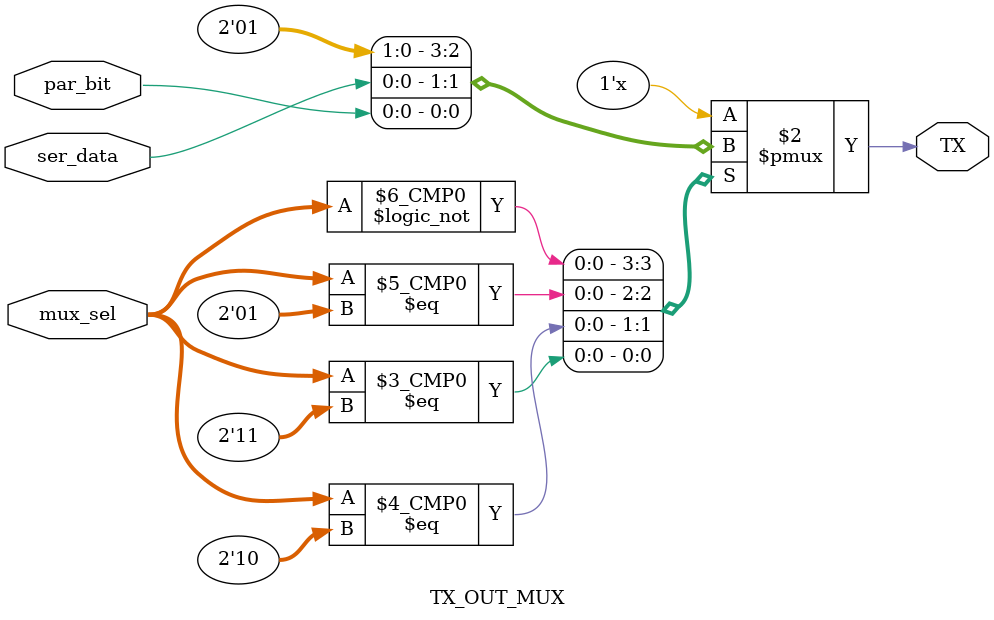
<source format=v>
module TX_OUT_MUX
(
	input wire 		 ser_data,
	input wire 		 par_bit,
	input wire [1:0] mux_sel,
	output reg  	 TX
);  

	always @(*) begin
		TX = 1'b1;  // default value
		case (mux_sel) 
			2'b00 : TX = 1'b0;
			2'b01 : TX = 1'b1;
			2'b10 : TX = ser_data;
			2'b11 : TX = par_bit;
		endcase
	end
	

endmodule
</source>
